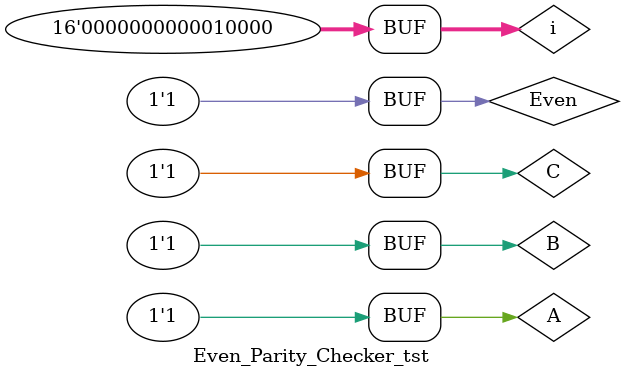
<source format=v>
`timescale 1ns / 1ps


module Even_Parity_Checker_tst;

	// Inputs
	reg A;
	reg B;
	reg C;
	reg Even;

	// Outputs
	wire P;
	reg [15:0] i;

	// Instantiate the Unit Under Test (UUT)
	Even_Parity_Checker uut (
		.P(P), 
		.A(A), 
		.B(B), 
		.C(C), 
		.Even(Even)
	);

	initial begin
		// Initialize Inputs
		A = 0;
		B = 0;
		C = 0;
		Even = 0;

		// Wait 100 ns for global reset to finish
		#100;
		for(i=0;i<16;i=i+1)
		begin
		{A,B,C,Even}=i;
		#100;
		end
		
        
		// Add stimulus here

	end
      
endmodule


</source>
